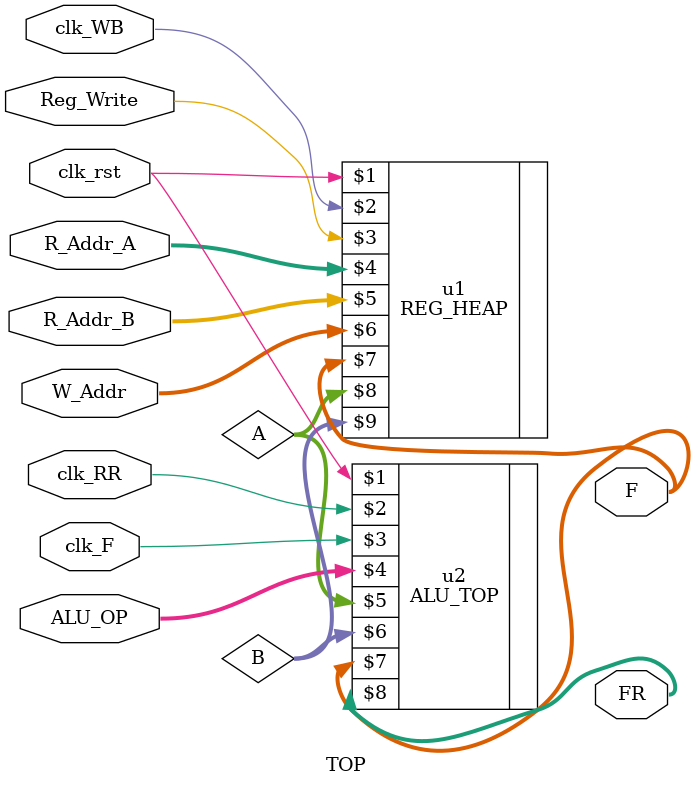
<source format=v>
`timescale 1ns / 1ps


module TOP(
    input clk_rst,
    input clk_RR,
    input clk_F,
    input clk_WB,
    input [4:0]R_Addr_A,
    input [4:0]R_Addr_B,
    input [4:0]W_Addr,
    input [3:0]ALU_OP,
    input Reg_Write,
    output [31:0]F,
    output [3:0]FR
);

wire [31:0]A;
wire [31:0]B;

REG_HEAP u1(clk_rst,clk_WB,Reg_Write,R_Addr_A,R_Addr_B,W_Addr,F,A,B);

ALU_TOP u2(clk_rst,clk_RR,clk_F,ALU_OP,A,B,F,FR);

endmodule

</source>
